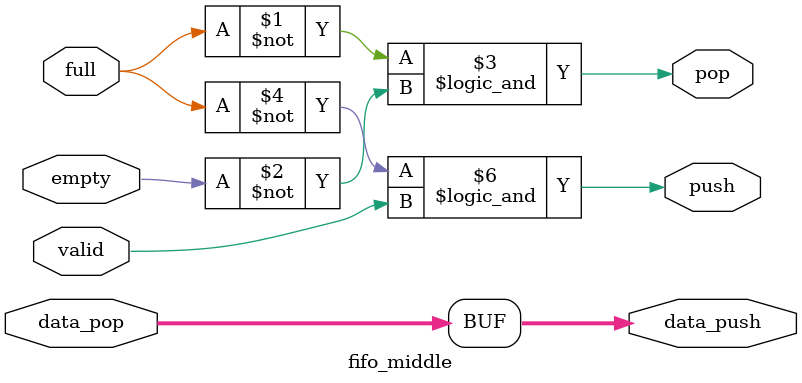
<source format=sv>
module fifo_middle
#( parameter WIDTH = 32
)
(
   output logic [WIDTH - 1 : 0]  data_push,
   input                         full,
   output logic                  push,
   
   input        [WIDTH - 1 : 0]  data_pop,
   input                         valid,
   input                         empty,
   output logic                  pop
);

   assign data_push = data_pop;
   assign pop       = full == 0 && empty == 0;
   assign push      = full == 0 && valid == 1;

endmodule 

</source>
